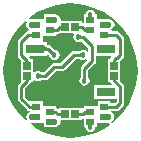
<source format=gbr>
G04 Layer_Physical_Order=1*
G04 Layer_Color=255*
%FSLAX25Y25*%
%MOIN*%
%TF.FileFunction,Copper,L1,Top,Signal*%
%TF.Part,Single*%
G01*
G75*
%TA.AperFunction,SMDPad*%
%ADD10R,0.06221X0.03150*%
%TA.AperFunction,SMDPad*%
%ADD11R,0.02559X0.02559*%
%TA.AperFunction,SMDPad*%
%ADD12R,0.02559X0.02559*%
%TA.AperFunction,SMDPad*%
%ADD13R,0.02559X0.02362*%
%ADD14C,0.01000*%
%TA.AperFunction,ViaPad*%
%ADD15C,0.01800*%
G36*
X366530Y338197D02*
X366501Y338222D01*
X366464Y338244D01*
X366419Y338263D01*
X366366Y338280D01*
X366305Y338294D01*
X366237Y338306D01*
X366076Y338322D01*
X365985Y338326D01*
X365885Y338327D01*
Y339327D01*
X365985Y339328D01*
X366237Y339348D01*
X366305Y339359D01*
X366366Y339374D01*
X366419Y339390D01*
X366464Y339410D01*
X366501Y339432D01*
X366530Y339457D01*
Y338197D01*
D02*
G37*
G36*
X341939Y339432D02*
X341977Y339410D01*
X342022Y339390D01*
X342075Y339374D01*
X342135Y339359D01*
X342204Y339348D01*
X342364Y339332D01*
X342456Y339328D01*
X342556Y339327D01*
Y338327D01*
X342456Y338326D01*
X342204Y338306D01*
X342135Y338294D01*
X342075Y338280D01*
X342022Y338263D01*
X341977Y338244D01*
X341939Y338222D01*
X341910Y338197D01*
Y339457D01*
X341939Y339432D01*
D02*
G37*
G36*
X357249Y376499D02*
X360118Y375929D01*
X362888Y374989D01*
X365511Y373695D01*
X367943Y372070D01*
X370142Y370142D01*
X372070Y367943D01*
X373695Y365511D01*
X374989Y362888D01*
X375929Y360118D01*
X376499Y357249D01*
X376691Y354331D01*
X376499Y351412D01*
X375929Y348544D01*
X374989Y345774D01*
X373695Y343151D01*
X372070Y340719D01*
X370142Y338520D01*
X368263Y336873D01*
X367799Y337131D01*
X367807Y337177D01*
X367864Y337292D01*
X368370Y337630D01*
X368737Y338179D01*
X368866Y338827D01*
X368737Y339475D01*
X368370Y340024D01*
X367821Y340390D01*
X367880Y340889D01*
X369673D01*
X369673Y340889D01*
X370165Y340986D01*
X370582Y341265D01*
X371908Y342592D01*
X371908Y342592D01*
X372187Y343008D01*
X372285Y343500D01*
Y349000D01*
X372285Y349000D01*
X372187Y349492D01*
X371908Y349908D01*
X370838Y350978D01*
Y353964D01*
Y357545D01*
X370908Y357592D01*
X371908Y358592D01*
X371908Y358592D01*
X372187Y359008D01*
X372285Y359500D01*
Y365000D01*
X372187Y365492D01*
X371908Y365908D01*
X371908Y365908D01*
X370582Y367235D01*
X370165Y367514D01*
X369673Y367612D01*
X369673Y367611D01*
X368033D01*
X367974Y368109D01*
X368524Y368476D01*
X368891Y369025D01*
X369019Y369673D01*
X368891Y370321D01*
X368524Y370870D01*
X367974Y371237D01*
X367540Y371323D01*
Y371614D01*
X363460D01*
X363039Y371805D01*
Y373114D01*
X362670D01*
X362564Y373648D01*
X362197Y374197D01*
X361648Y374564D01*
X361000Y374693D01*
X360352Y374564D01*
X359803Y374197D01*
X359436Y373648D01*
X359330Y373114D01*
X358961D01*
Y370511D01*
X358528Y370199D01*
X358112Y370337D01*
X358043Y370534D01*
Y370838D01*
X351294D01*
X351019Y371173D01*
X350890Y371821D01*
X350524Y372370D01*
X349974Y372737D01*
X349539Y372823D01*
Y373114D01*
X345461D01*
Y371805D01*
X345040Y371614D01*
X344960Y371614D01*
X340961D01*
Y371402D01*
X340663Y371356D01*
X340443Y371828D01*
X340719Y372070D01*
X343151Y373695D01*
X345774Y374989D01*
X348544Y375929D01*
X351412Y376499D01*
X354331Y376691D01*
X357249Y376499D01*
D02*
G37*
G36*
X359501Y352189D02*
X359521Y351936D01*
X359532Y351868D01*
X359547Y351807D01*
X359564Y351754D01*
X359583Y351709D01*
X359605Y351672D01*
X359630Y351643D01*
X358370D01*
X358395Y351672D01*
X358417Y351709D01*
X358436Y351754D01*
X358453Y351807D01*
X358468Y351868D01*
X358479Y351936D01*
X358495Y352097D01*
X358499Y352189D01*
X358500Y352288D01*
X359500D01*
X359501Y352189D01*
D02*
G37*
G36*
X368000Y358817D02*
X367890Y358707D01*
X367612Y358291D01*
X367563Y358043D01*
X366759D01*
Y353964D01*
Y350618D01*
X367673D01*
X367890Y350293D01*
X368339Y349845D01*
X368147Y349382D01*
X362271D01*
Y344713D01*
X369715D01*
Y344032D01*
X369141Y343458D01*
X367557D01*
X367540Y343460D01*
Y344114D01*
X363460D01*
Y342805D01*
X363039Y342614D01*
X362960Y342614D01*
X358961D01*
Y342030D01*
X358519Y341774D01*
X358043Y341902D01*
Y341902D01*
X358043Y341902D01*
X350618D01*
Y341840D01*
X350118Y341660D01*
X349818Y341860D01*
X349539Y341916D01*
Y342614D01*
X345539D01*
X345461Y342614D01*
X345040Y342805D01*
Y344114D01*
X340961D01*
X340961Y344114D01*
Y344114D01*
X340527Y344290D01*
X339285Y345532D01*
Y348468D01*
X340771Y349954D01*
X340771Y349954D01*
X341050Y350371D01*
X341099Y350618D01*
X341902D01*
Y351016D01*
X342048Y351120D01*
X342402Y351237D01*
X342852Y350936D01*
X343500Y350807D01*
X344148Y350936D01*
X344560Y351212D01*
X344609Y351215D01*
X346000D01*
X346000Y351215D01*
X346492Y351313D01*
X346908Y351592D01*
X349532Y354215D01*
X351500D01*
X351500Y354215D01*
X351992Y354313D01*
X352408Y354592D01*
X356032Y358215D01*
X357413D01*
X357438Y358213D01*
X357852Y357936D01*
X358500Y357807D01*
X359148Y357936D01*
X359333Y358060D01*
X359903Y357840D01*
X359927Y357744D01*
X358092Y355908D01*
X357813Y355492D01*
X357715Y355000D01*
X357715Y355000D01*
Y352087D01*
X357713Y352062D01*
X357436Y351648D01*
X357308Y351000D01*
X357436Y350352D01*
X357803Y349803D01*
X358352Y349436D01*
X359000Y349307D01*
X359648Y349436D01*
X360197Y349803D01*
X360564Y350352D01*
X360693Y351000D01*
X360564Y351648D01*
X360289Y352060D01*
X360285Y352109D01*
Y354468D01*
X362408Y356592D01*
X362408Y356592D01*
X362687Y357008D01*
X362785Y357500D01*
Y359279D01*
X367809D01*
X368000Y358817D01*
D02*
G37*
G36*
X366772Y339732D02*
X366784Y339647D01*
X366804Y339572D01*
X366832Y339507D01*
X366869Y339452D01*
X366914Y339407D01*
X366966Y339372D01*
X367027Y339347D01*
X367096Y339332D01*
X367173Y339327D01*
Y338327D01*
X367096Y338322D01*
X367027Y338307D01*
X366966Y338282D01*
X366914Y338247D01*
X366869Y338202D01*
X366832Y338147D01*
X366804Y338082D01*
X366784Y338007D01*
X366772Y337922D01*
X366768Y337827D01*
Y339827D01*
X366772Y339732D01*
D02*
G37*
G36*
X348773Y338232D02*
X348790Y338147D01*
X348818Y338072D01*
X348857Y338007D01*
X348907Y337952D01*
X348969Y337907D01*
X349042Y337872D01*
X349126Y337847D01*
X349220Y337832D01*
X349327Y337827D01*
Y336827D01*
X349220Y336822D01*
X349126Y336807D01*
X349042Y336782D01*
X348969Y336747D01*
X348907Y336702D01*
X348857Y336647D01*
X348818Y336582D01*
X348790Y336507D01*
X348773Y336422D01*
X348767Y336327D01*
Y338327D01*
X348773Y338232D01*
D02*
G37*
G36*
X358939Y338245D02*
X358961Y338191D01*
Y335386D01*
X359330D01*
X359436Y334852D01*
X359803Y334303D01*
X360352Y333936D01*
X361000Y333807D01*
X361648Y333936D01*
X362197Y334303D01*
X362564Y334852D01*
X362670Y335386D01*
X363039D01*
Y336695D01*
X363460Y336886D01*
X363540Y336886D01*
X367088D01*
X367503Y336394D01*
X367485Y336286D01*
X365511Y334966D01*
X362888Y333673D01*
X360118Y332733D01*
X357249Y332162D01*
X354331Y331971D01*
X351412Y332162D01*
X348544Y332733D01*
X345774Y333673D01*
X343151Y334966D01*
X341027Y336386D01*
X341178Y336886D01*
X344960D01*
X345040Y336886D01*
X345461Y336695D01*
Y335386D01*
X349539D01*
Y335677D01*
X349974Y335763D01*
X350524Y336130D01*
X350890Y336679D01*
X351019Y337327D01*
X350997Y337437D01*
X351315Y337823D01*
X358043D01*
Y338236D01*
X358363Y338578D01*
X358460Y338597D01*
X358939Y338245D01*
D02*
G37*
G36*
X348684Y336697D02*
X348655Y336721D01*
X348618Y336744D01*
X348572Y336763D01*
X348520Y336780D01*
X348459Y336794D01*
X348391Y336806D01*
X348230Y336822D01*
X348138Y336825D01*
X348039Y336827D01*
Y337827D01*
X348138Y337828D01*
X348391Y337848D01*
X348459Y337859D01*
X348520Y337874D01*
X348572Y337891D01*
X348618Y337910D01*
X348655Y337932D01*
X348684Y337957D01*
Y336697D01*
D02*
G37*
G36*
X341744Y337827D02*
X341740Y337922D01*
X341725Y338007D01*
X341702Y338082D01*
X341668Y338147D01*
X341625Y338202D01*
X341573Y338247D01*
X341511Y338282D01*
X341439Y338307D01*
X341358Y338322D01*
X341267Y338327D01*
Y339327D01*
X341358Y339332D01*
X341439Y339347D01*
X341511Y339372D01*
X341573Y339407D01*
X341625Y339452D01*
X341668Y339507D01*
X341702Y339572D01*
X341725Y339647D01*
X341740Y339732D01*
X341744Y339827D01*
Y337827D01*
D02*
G37*
G36*
X339789Y370590D02*
X339610Y370321D01*
X339481Y369673D01*
X339610Y369025D01*
X339976Y368476D01*
X340526Y368109D01*
X340517Y368040D01*
X340327Y367612D01*
X339835Y367514D01*
X339418Y367235D01*
X339418Y367235D01*
X337092Y364908D01*
X336813Y364492D01*
X336715Y364000D01*
X336715Y364000D01*
Y359500D01*
X336715Y359500D01*
X336813Y359008D01*
X337092Y358592D01*
X337823Y357860D01*
Y353964D01*
Y350640D01*
X337092Y349908D01*
X336813Y349492D01*
X336715Y349000D01*
X336715Y349000D01*
Y345000D01*
X336715Y345000D01*
X336813Y344508D01*
X337092Y344092D01*
X339918Y341265D01*
X339918Y341265D01*
X340335Y340986D01*
X340694Y340915D01*
Y340405D01*
X340620Y340390D01*
X340071Y340024D01*
X339704Y339475D01*
X339575Y338827D01*
X339704Y338179D01*
X339756Y338101D01*
X339377Y337768D01*
X338520Y338520D01*
X336591Y340719D01*
X334966Y343151D01*
X333673Y345774D01*
X332733Y348544D01*
X332162Y351412D01*
X331971Y354331D01*
X332162Y357249D01*
X332733Y360118D01*
X333673Y362888D01*
X334966Y365511D01*
X336591Y367943D01*
X338520Y370142D01*
X339410Y370922D01*
X339789Y370590D01*
D02*
G37*
G36*
X344172Y353105D02*
X344209Y353083D01*
X344254Y353064D01*
X344307Y353047D01*
X344368Y353032D01*
X344436Y353021D01*
X344597Y353005D01*
X344689Y353001D01*
X344788Y353000D01*
Y352000D01*
X344689Y351999D01*
X344436Y351979D01*
X344368Y351968D01*
X344307Y351953D01*
X344254Y351936D01*
X344209Y351917D01*
X344172Y351895D01*
X344143Y351870D01*
Y353130D01*
X344172Y353105D01*
D02*
G37*
G36*
X341845Y370279D02*
X341882Y370256D01*
X341928Y370237D01*
X341980Y370220D01*
X342041Y370206D01*
X342109Y370194D01*
X342270Y370178D01*
X342362Y370175D01*
X342461Y370173D01*
Y369173D01*
X342362Y369172D01*
X342109Y369152D01*
X342041Y369141D01*
X341980Y369126D01*
X341928Y369110D01*
X341882Y369090D01*
X341845Y369068D01*
X341816Y369043D01*
Y370303D01*
X341845Y370279D01*
D02*
G37*
G36*
X366761Y370578D02*
X366778Y370493D01*
X366807Y370418D01*
X366847Y370353D01*
X366898Y370298D01*
X366961Y370253D01*
X367035Y370218D01*
X367121Y370193D01*
X367218Y370178D01*
X367327Y370173D01*
Y369173D01*
X367218Y369168D01*
X367121Y369153D01*
X367035Y369128D01*
X366961Y369093D01*
X366898Y369048D01*
X366847Y368993D01*
X366807Y368928D01*
X366778Y368853D01*
X366761Y368768D01*
X366756Y368673D01*
Y370673D01*
X366761Y370578D01*
D02*
G37*
G36*
X366684Y369043D02*
X366655Y369068D01*
X366617Y369090D01*
X366572Y369110D01*
X366520Y369126D01*
X366459Y369141D01*
X366390Y369152D01*
X366230Y369168D01*
X366138Y369172D01*
X366038Y369173D01*
Y370173D01*
X366138Y370175D01*
X366390Y370194D01*
X366459Y370206D01*
X366520Y370220D01*
X366572Y370237D01*
X366617Y370256D01*
X366655Y370279D01*
X366684Y370303D01*
Y369043D01*
D02*
G37*
G36*
X348684Y370543D02*
X348655Y370568D01*
X348618Y370590D01*
X348572Y370609D01*
X348520Y370626D01*
X348459Y370641D01*
X348391Y370652D01*
X348230Y370668D01*
X348138Y370672D01*
X348039Y370673D01*
Y371673D01*
X348138Y371674D01*
X348391Y371694D01*
X348459Y371706D01*
X348520Y371720D01*
X348572Y371737D01*
X348618Y371756D01*
X348655Y371778D01*
X348684Y371803D01*
Y370543D01*
D02*
G37*
G36*
X348761Y372078D02*
X348778Y371993D01*
X348807Y371918D01*
X348847Y371853D01*
X348898Y371798D01*
X348961Y371753D01*
X349035Y371718D01*
X349121Y371693D01*
X349218Y371678D01*
X349327Y371673D01*
Y370673D01*
X349218Y370668D01*
X349121Y370653D01*
X349035Y370628D01*
X348961Y370593D01*
X348898Y370548D01*
X348847Y370493D01*
X348807Y370428D01*
X348778Y370353D01*
X348761Y370268D01*
X348756Y370173D01*
Y372173D01*
X348761Y372078D01*
D02*
G37*
G36*
X341733Y368673D02*
X341727Y368768D01*
X341710Y368853D01*
X341682Y368928D01*
X341643Y368993D01*
X341593Y369048D01*
X341531Y369093D01*
X341458Y369128D01*
X341374Y369153D01*
X341280Y369168D01*
X341173Y369173D01*
Y370173D01*
X341280Y370178D01*
X341374Y370193D01*
X341458Y370218D01*
X341531Y370253D01*
X341593Y370298D01*
X341643Y370353D01*
X341682Y370418D01*
X341710Y370493D01*
X341727Y370578D01*
X341733Y370673D01*
Y368673D01*
D02*
G37*
G36*
X348514Y360695D02*
X348706Y360530D01*
X348763Y360490D01*
X348816Y360457D01*
X348865Y360432D01*
X348911Y360414D01*
X348953Y360403D01*
X348991Y360400D01*
X348100Y359509D01*
X348097Y359547D01*
X348086Y359589D01*
X348068Y359635D01*
X348043Y359684D01*
X348010Y359737D01*
X347970Y359794D01*
X347867Y359918D01*
X347805Y359986D01*
X347736Y360057D01*
X348443Y360765D01*
X348514Y360695D01*
D02*
G37*
G36*
X357857Y358870D02*
X357828Y358895D01*
X357791Y358917D01*
X357746Y358936D01*
X357693Y358953D01*
X357632Y358967D01*
X357564Y358979D01*
X357403Y358995D01*
X357311Y358999D01*
X357212Y359000D01*
Y360000D01*
X357311Y360001D01*
X357564Y360021D01*
X357632Y360033D01*
X357693Y360047D01*
X357746Y360064D01*
X357791Y360083D01*
X357828Y360105D01*
X357857Y360130D01*
Y358870D01*
D02*
G37*
G36*
X345616Y362519D02*
X345646Y362434D01*
X345697Y362359D01*
X345768Y362294D01*
X345859Y362239D01*
X345970Y362194D01*
X346102Y362159D01*
X346254Y362134D01*
X346426Y362119D01*
X346618Y362114D01*
Y361114D01*
X346426Y361109D01*
X346254Y361094D01*
X346102Y361069D01*
X345970Y361034D01*
X345859Y360989D01*
X345768Y360934D01*
X345697Y360869D01*
X345646Y360794D01*
X345616Y360709D01*
X345606Y360614D01*
Y362614D01*
X345616Y362519D01*
D02*
G37*
G36*
X357672Y366105D02*
X357709Y366083D01*
X357754Y366064D01*
X357807Y366047D01*
X357868Y366033D01*
X357936Y366021D01*
X358097Y366005D01*
X358189Y366001D01*
X358288Y366000D01*
Y365000D01*
X358189Y364999D01*
X357936Y364979D01*
X357868Y364967D01*
X357807Y364953D01*
X357754Y364936D01*
X357709Y364917D01*
X357672Y364895D01*
X357643Y364870D01*
Y366130D01*
X357672Y366105D01*
D02*
G37*
G36*
X355511Y366259D02*
X355436Y366148D01*
X355308Y365500D01*
X355436Y364852D01*
X355803Y364303D01*
X356352Y363936D01*
X357000Y363808D01*
X357648Y363936D01*
X358007Y364176D01*
X360215Y361968D01*
Y360821D01*
X359715Y360669D01*
X359697Y360697D01*
X359148Y361064D01*
X358500Y361192D01*
X357852Y361064D01*
X357440Y360788D01*
X357391Y360785D01*
X355500D01*
X355008Y360687D01*
X354592Y360408D01*
X354592Y360408D01*
X350968Y356785D01*
X349000D01*
X349000Y356785D01*
X348508Y356687D01*
X348092Y356408D01*
X345468Y353785D01*
X344587D01*
X344562Y353787D01*
X344148Y354064D01*
X343500Y354192D01*
X342852Y354064D01*
X342402Y353763D01*
X342010Y353892D01*
X341987Y353907D01*
X341902Y353984D01*
Y358043D01*
X341067D01*
X341050Y358129D01*
X340771Y358546D01*
X340771Y358546D01*
X340500Y358817D01*
X340691Y359279D01*
X346390D01*
Y359640D01*
X346852Y359831D01*
X347323Y359360D01*
X347339Y359341D01*
X347436Y358852D01*
X347803Y358303D01*
X348352Y357936D01*
X349000Y357807D01*
X349648Y357936D01*
X350197Y358303D01*
X350564Y358852D01*
X350693Y359500D01*
X350564Y360148D01*
X350197Y360697D01*
X349648Y361064D01*
X349162Y361160D01*
X349125Y361192D01*
X347795Y362522D01*
X347378Y362801D01*
X346886Y362898D01*
X346886Y362898D01*
X346404D01*
X346390Y362900D01*
Y363948D01*
X345191D01*
X345040Y364386D01*
X345040D01*
Y365695D01*
X345461Y365886D01*
X345540Y365886D01*
X349539D01*
Y366178D01*
X349827Y366542D01*
X350318Y366640D01*
X350618Y366759D01*
X350618Y366759D01*
X350618Y366759D01*
X355244D01*
X355511Y366259D01*
D02*
G37*
D10*
X366142Y347048D02*
D03*
X342520D02*
D03*
X366142Y361614D02*
D03*
X342520D02*
D03*
D11*
X368799Y356004D02*
D03*
Y352658D02*
D03*
X373721Y356004D02*
D03*
Y352658D02*
D03*
X339863D02*
D03*
Y356004D02*
D03*
X334941Y352658D02*
D03*
Y356004D02*
D03*
D12*
X352658Y334941D02*
D03*
X356004D02*
D03*
X352658Y339863D02*
D03*
X356004D02*
D03*
Y373721D02*
D03*
X352658D02*
D03*
X356004Y368799D02*
D03*
X352658D02*
D03*
D13*
X365500Y342173D02*
D03*
Y338827D02*
D03*
X365500Y366327D02*
D03*
Y369673D02*
D03*
X347500Y340673D02*
D03*
Y337327D02*
D03*
X361000Y340673D02*
D03*
Y337327D02*
D03*
X343000Y366327D02*
D03*
Y369673D02*
D03*
X343000Y342173D02*
D03*
Y338827D02*
D03*
X361000Y367827D02*
D03*
Y371173D02*
D03*
X347500Y367827D02*
D03*
Y371173D02*
D03*
D14*
X368799Y351201D02*
Y352658D01*
Y356004D02*
Y357799D01*
X369500Y358500D01*
X370000D01*
X359173Y367827D02*
X361000D01*
X356004Y368799D02*
X358201D01*
X359173Y367827D01*
X347500D02*
X349827D01*
X350799Y368799D01*
X352658D01*
X338000Y364000D02*
X340327Y366327D01*
X338000Y359500D02*
Y364000D01*
Y359500D02*
X339863Y357637D01*
Y356004D02*
Y357637D01*
X347500Y340673D02*
X349327D01*
X365500Y342173D02*
X369673D01*
X371000Y343500D01*
Y349000D01*
X368799Y351201D02*
X371000Y349000D01*
X340327Y366327D02*
X343000D01*
X365500D02*
X369673D01*
X342520Y361614D02*
X346886D01*
X349000Y359500D01*
X342520Y347048D02*
X348048D01*
X350000Y349000D01*
Y351000D01*
X341173Y369673D02*
X343000D01*
X361000Y335500D02*
Y337327D01*
X365500Y338827D02*
X367173D01*
X349327Y340673D02*
X350137Y339863D01*
X352658D01*
X347500Y337327D02*
X349327D01*
X365500Y369673D02*
X367327D01*
X346000Y352500D02*
X349000Y355500D01*
X351500D01*
X355500Y359500D01*
X358500D01*
X359000Y351000D02*
Y355000D01*
X361500Y357500D01*
Y362500D01*
X358500Y365500D02*
X361500Y362500D01*
X347500Y371173D02*
X349327D01*
X357000Y365500D02*
X358500D01*
X338000Y345000D02*
X340827Y342173D01*
X343000D01*
X341267Y338827D02*
X343000D01*
X356004Y339863D02*
X358363D01*
X359173Y340673D01*
X361000D01*
X338000Y345000D02*
Y349000D01*
X339863Y350863D01*
Y352658D01*
X343500Y352500D02*
X346000D01*
X369673Y366327D02*
X371000Y365000D01*
X370000Y358500D02*
X371000Y359500D01*
Y365000D01*
D15*
X354500Y375000D02*
D03*
X349000Y359500D02*
D03*
X361000Y373000D02*
D03*
X341173Y369673D02*
D03*
X361000Y335500D02*
D03*
X367173Y338827D02*
D03*
X349327Y337327D02*
D03*
X367327Y369673D02*
D03*
X358500Y359500D02*
D03*
X359000Y351000D02*
D03*
X343500Y356500D02*
D03*
X335000Y359000D02*
D03*
X373500Y349000D02*
D03*
X374000Y359500D02*
D03*
X344000Y373000D02*
D03*
X349327Y371173D02*
D03*
X357000Y365500D02*
D03*
X365500Y352500D02*
D03*
Y355000D02*
D03*
Y357500D02*
D03*
X341267Y338827D02*
D03*
X356500Y344500D02*
D03*
X354500D02*
D03*
X350500D02*
D03*
X348500D02*
D03*
X354500Y336500D02*
D03*
X335000Y349000D02*
D03*
X343500Y352500D02*
D03*
X352500Y344500D02*
D03*
%TF.MD5,E357596B29E4CCC3038E917C9E850BF6*%
M02*

</source>
